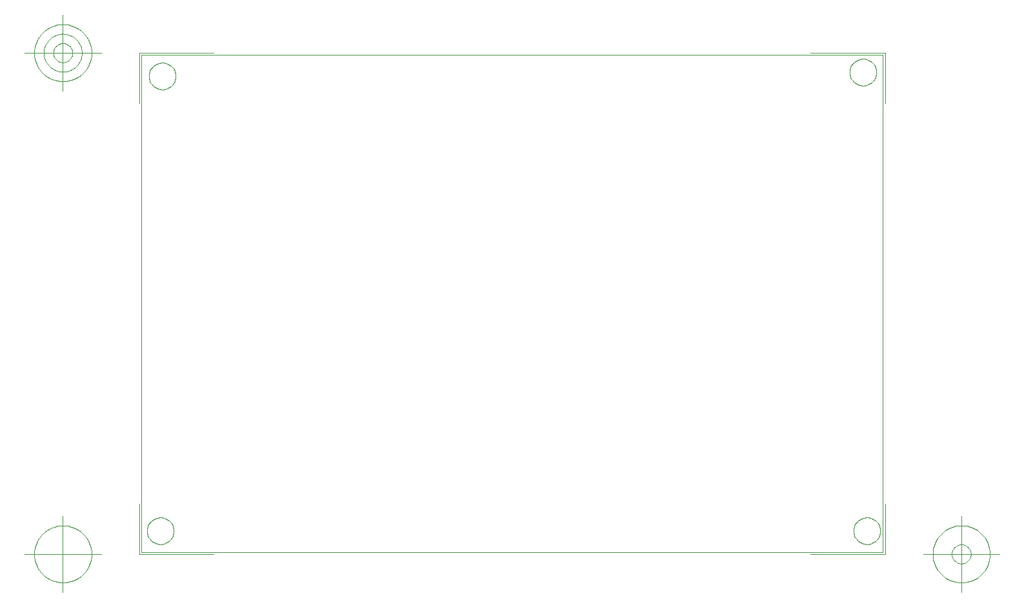
<source format=gbr>
G04 Generated by Ultiboard *
%FSLAX25Y25*%
%MOIN*%

%ADD10C,0.00004*%
%ADD12C,0.00394*%


%LNBoard Outline*%
%LPD*%
%FSLAX25Y25*%
%MOIN*%
G54D10*
X251000Y-4000D02*
X634000Y-4000D01*
X634000Y-4000D02*
X634000Y253000D01*
X634000Y253000D02*
X251000Y253000D01*
X251000Y253000D02*
X251000Y-4000D01*
X267890Y7000D02*
X267857Y7675D01*
X267857Y7675D02*
X267757Y8344D01*
X267757Y8344D02*
X267593Y9000D01*
X267593Y9000D02*
X267365Y9637D01*
X267365Y9637D02*
X267076Y10248D01*
X267076Y10248D02*
X266729Y10828D01*
X266729Y10828D02*
X266326Y11371D01*
X266326Y11371D02*
X265872Y11872D01*
X265872Y11872D02*
X265371Y12326D01*
X265371Y12326D02*
X264828Y12729D01*
X264828Y12729D02*
X264248Y13076D01*
X264248Y13076D02*
X263637Y13365D01*
X263637Y13365D02*
X263000Y13593D01*
X263000Y13593D02*
X262344Y13757D01*
X262344Y13757D02*
X261675Y13857D01*
X261675Y13857D02*
X261000Y13890D01*
X261000Y13890D02*
X260325Y13857D01*
X260325Y13857D02*
X259656Y13757D01*
X259656Y13757D02*
X259000Y13593D01*
X259000Y13593D02*
X258363Y13365D01*
X258363Y13365D02*
X257752Y13076D01*
X257752Y13076D02*
X257172Y12729D01*
X257172Y12729D02*
X256629Y12326D01*
X256629Y12326D02*
X256128Y11872D01*
X256128Y11872D02*
X255674Y11371D01*
X255674Y11371D02*
X255271Y10828D01*
X255271Y10828D02*
X254924Y10248D01*
X254924Y10248D02*
X254635Y9637D01*
X254635Y9637D02*
X254407Y9000D01*
X254407Y9000D02*
X254243Y8344D01*
X254243Y8344D02*
X254143Y7675D01*
X254143Y7675D02*
X254110Y7000D01*
X254110Y7000D02*
X254143Y6325D01*
X254143Y6325D02*
X254243Y5656D01*
X254243Y5656D02*
X254407Y5000D01*
X254407Y5000D02*
X254635Y4363D01*
X254635Y4363D02*
X254924Y3752D01*
X254924Y3752D02*
X255271Y3172D01*
X255271Y3172D02*
X255674Y2629D01*
X255674Y2629D02*
X256128Y2128D01*
X256128Y2128D02*
X256629Y1674D01*
X256629Y1674D02*
X257172Y1271D01*
X257172Y1271D02*
X257752Y924D01*
X257752Y924D02*
X258363Y635D01*
X258363Y635D02*
X259000Y407D01*
X259000Y407D02*
X259656Y243D01*
X259656Y243D02*
X260325Y143D01*
X260325Y143D02*
X261000Y110D01*
X261000Y110D02*
X261675Y143D01*
X261675Y143D02*
X262344Y243D01*
X262344Y243D02*
X263000Y407D01*
X263000Y407D02*
X263637Y635D01*
X263637Y635D02*
X264248Y924D01*
X264248Y924D02*
X264828Y1271D01*
X264828Y1271D02*
X265371Y1674D01*
X265371Y1674D02*
X265872Y2128D01*
X265872Y2128D02*
X266326Y2629D01*
X266326Y2629D02*
X266729Y3172D01*
X266729Y3172D02*
X267076Y3752D01*
X267076Y3752D02*
X267365Y4363D01*
X267365Y4363D02*
X267593Y5000D01*
X267593Y5000D02*
X267757Y5656D01*
X267757Y5656D02*
X267857Y6325D01*
X267857Y6325D02*
X267890Y7000D01*
X268890Y242000D02*
X268857Y242675D01*
X268857Y242675D02*
X268757Y243344D01*
X268757Y243344D02*
X268593Y244000D01*
X268593Y244000D02*
X268365Y244637D01*
X268365Y244637D02*
X268076Y245248D01*
X268076Y245248D02*
X267729Y245828D01*
X267729Y245828D02*
X267326Y246371D01*
X267326Y246371D02*
X266872Y246872D01*
X266872Y246872D02*
X266371Y247326D01*
X266371Y247326D02*
X265828Y247729D01*
X265828Y247729D02*
X265248Y248076D01*
X265248Y248076D02*
X264637Y248365D01*
X264637Y248365D02*
X264000Y248593D01*
X264000Y248593D02*
X263344Y248757D01*
X263344Y248757D02*
X262675Y248857D01*
X262675Y248857D02*
X262000Y248890D01*
X262000Y248890D02*
X261325Y248857D01*
X261325Y248857D02*
X260656Y248757D01*
X260656Y248757D02*
X260000Y248593D01*
X260000Y248593D02*
X259363Y248365D01*
X259363Y248365D02*
X258752Y248076D01*
X258752Y248076D02*
X258172Y247729D01*
X258172Y247729D02*
X257629Y247326D01*
X257629Y247326D02*
X257128Y246872D01*
X257128Y246872D02*
X256674Y246371D01*
X256674Y246371D02*
X256271Y245828D01*
X256271Y245828D02*
X255924Y245248D01*
X255924Y245248D02*
X255635Y244637D01*
X255635Y244637D02*
X255407Y244000D01*
X255407Y244000D02*
X255243Y243344D01*
X255243Y243344D02*
X255143Y242675D01*
X255143Y242675D02*
X255110Y242000D01*
X255110Y242000D02*
X255143Y241325D01*
X255143Y241325D02*
X255243Y240656D01*
X255243Y240656D02*
X255407Y240000D01*
X255407Y240000D02*
X255635Y239363D01*
X255635Y239363D02*
X255924Y238752D01*
X255924Y238752D02*
X256271Y238172D01*
X256271Y238172D02*
X256674Y237629D01*
X256674Y237629D02*
X257128Y237128D01*
X257128Y237128D02*
X257629Y236674D01*
X257629Y236674D02*
X258172Y236271D01*
X258172Y236271D02*
X258752Y235924D01*
X258752Y235924D02*
X259363Y235635D01*
X259363Y235635D02*
X260000Y235407D01*
X260000Y235407D02*
X260656Y235243D01*
X260656Y235243D02*
X261325Y235143D01*
X261325Y235143D02*
X262000Y235110D01*
X262000Y235110D02*
X262675Y235143D01*
X262675Y235143D02*
X263344Y235243D01*
X263344Y235243D02*
X264000Y235407D01*
X264000Y235407D02*
X264637Y235635D01*
X264637Y235635D02*
X265248Y235924D01*
X265248Y235924D02*
X265828Y236271D01*
X265828Y236271D02*
X266371Y236674D01*
X266371Y236674D02*
X266872Y237128D01*
X266872Y237128D02*
X267326Y237629D01*
X267326Y237629D02*
X267729Y238172D01*
X267729Y238172D02*
X268076Y238752D01*
X268076Y238752D02*
X268365Y239363D01*
X268365Y239363D02*
X268593Y240000D01*
X268593Y240000D02*
X268757Y240656D01*
X268757Y240656D02*
X268857Y241325D01*
X268857Y241325D02*
X268890Y242000D01*
X632890Y7000D02*
X632857Y7675D01*
X632857Y7675D02*
X632757Y8344D01*
X632757Y8344D02*
X632593Y9000D01*
X632593Y9000D02*
X632365Y9637D01*
X632365Y9637D02*
X632076Y10248D01*
X632076Y10248D02*
X631729Y10828D01*
X631729Y10828D02*
X631326Y11371D01*
X631326Y11371D02*
X630872Y11872D01*
X630872Y11872D02*
X630371Y12326D01*
X630371Y12326D02*
X629828Y12729D01*
X629828Y12729D02*
X629248Y13076D01*
X629248Y13076D02*
X628637Y13365D01*
X628637Y13365D02*
X628000Y13593D01*
X628000Y13593D02*
X627344Y13757D01*
X627344Y13757D02*
X626675Y13857D01*
X626675Y13857D02*
X626000Y13890D01*
X626000Y13890D02*
X625325Y13857D01*
X625325Y13857D02*
X624656Y13757D01*
X624656Y13757D02*
X624000Y13593D01*
X624000Y13593D02*
X623363Y13365D01*
X623363Y13365D02*
X622752Y13076D01*
X622752Y13076D02*
X622172Y12729D01*
X622172Y12729D02*
X621629Y12326D01*
X621629Y12326D02*
X621128Y11872D01*
X621128Y11872D02*
X620674Y11371D01*
X620674Y11371D02*
X620271Y10828D01*
X620271Y10828D02*
X619924Y10248D01*
X619924Y10248D02*
X619635Y9637D01*
X619635Y9637D02*
X619407Y9000D01*
X619407Y9000D02*
X619243Y8344D01*
X619243Y8344D02*
X619143Y7675D01*
X619143Y7675D02*
X619110Y7000D01*
X619110Y7000D02*
X619143Y6325D01*
X619143Y6325D02*
X619243Y5656D01*
X619243Y5656D02*
X619407Y5000D01*
X619407Y5000D02*
X619635Y4363D01*
X619635Y4363D02*
X619924Y3752D01*
X619924Y3752D02*
X620271Y3172D01*
X620271Y3172D02*
X620674Y2629D01*
X620674Y2629D02*
X621128Y2128D01*
X621128Y2128D02*
X621629Y1674D01*
X621629Y1674D02*
X622172Y1271D01*
X622172Y1271D02*
X622752Y924D01*
X622752Y924D02*
X623363Y635D01*
X623363Y635D02*
X624000Y407D01*
X624000Y407D02*
X624656Y243D01*
X624656Y243D02*
X625325Y143D01*
X625325Y143D02*
X626000Y110D01*
X626000Y110D02*
X626675Y143D01*
X626675Y143D02*
X627344Y243D01*
X627344Y243D02*
X628000Y407D01*
X628000Y407D02*
X628637Y635D01*
X628637Y635D02*
X629248Y924D01*
X629248Y924D02*
X629828Y1271D01*
X629828Y1271D02*
X630371Y1674D01*
X630371Y1674D02*
X630872Y2128D01*
X630872Y2128D02*
X631326Y2629D01*
X631326Y2629D02*
X631729Y3172D01*
X631729Y3172D02*
X632076Y3752D01*
X632076Y3752D02*
X632365Y4363D01*
X632365Y4363D02*
X632593Y5000D01*
X632593Y5000D02*
X632757Y5656D01*
X632757Y5656D02*
X632857Y6325D01*
X632857Y6325D02*
X632890Y7000D01*
X630890Y244000D02*
X630857Y244675D01*
X630857Y244675D02*
X630757Y245344D01*
X630757Y245344D02*
X630593Y246000D01*
X630593Y246000D02*
X630365Y246637D01*
X630365Y246637D02*
X630076Y247248D01*
X630076Y247248D02*
X629729Y247828D01*
X629729Y247828D02*
X629326Y248371D01*
X629326Y248371D02*
X628872Y248872D01*
X628872Y248872D02*
X628371Y249326D01*
X628371Y249326D02*
X627828Y249729D01*
X627828Y249729D02*
X627248Y250076D01*
X627248Y250076D02*
X626637Y250365D01*
X626637Y250365D02*
X626000Y250593D01*
X626000Y250593D02*
X625344Y250757D01*
X625344Y250757D02*
X624675Y250857D01*
X624675Y250857D02*
X624000Y250890D01*
X624000Y250890D02*
X623325Y250857D01*
X623325Y250857D02*
X622656Y250757D01*
X622656Y250757D02*
X622000Y250593D01*
X622000Y250593D02*
X621363Y250365D01*
X621363Y250365D02*
X620752Y250076D01*
X620752Y250076D02*
X620172Y249729D01*
X620172Y249729D02*
X619629Y249326D01*
X619629Y249326D02*
X619128Y248872D01*
X619128Y248872D02*
X618674Y248371D01*
X618674Y248371D02*
X618271Y247828D01*
X618271Y247828D02*
X617924Y247248D01*
X617924Y247248D02*
X617635Y246637D01*
X617635Y246637D02*
X617407Y246000D01*
X617407Y246000D02*
X617243Y245344D01*
X617243Y245344D02*
X617143Y244675D01*
X617143Y244675D02*
X617110Y244000D01*
X617110Y244000D02*
X617143Y243325D01*
X617143Y243325D02*
X617243Y242656D01*
X617243Y242656D02*
X617407Y242000D01*
X617407Y242000D02*
X617635Y241363D01*
X617635Y241363D02*
X617924Y240752D01*
X617924Y240752D02*
X618271Y240172D01*
X618271Y240172D02*
X618674Y239629D01*
X618674Y239629D02*
X619128Y239128D01*
X619128Y239128D02*
X619629Y238674D01*
X619629Y238674D02*
X620172Y238271D01*
X620172Y238271D02*
X620752Y237924D01*
X620752Y237924D02*
X621363Y237635D01*
X621363Y237635D02*
X622000Y237407D01*
X622000Y237407D02*
X622656Y237243D01*
X622656Y237243D02*
X623325Y237143D01*
X623325Y237143D02*
X624000Y237110D01*
X624000Y237110D02*
X624675Y237143D01*
X624675Y237143D02*
X625344Y237243D01*
X625344Y237243D02*
X626000Y237407D01*
X626000Y237407D02*
X626637Y237635D01*
X626637Y237635D02*
X627248Y237924D01*
X627248Y237924D02*
X627828Y238271D01*
X627828Y238271D02*
X628371Y238674D01*
X628371Y238674D02*
X628872Y239128D01*
X628872Y239128D02*
X629326Y239629D01*
X629326Y239629D02*
X629729Y240172D01*
X629729Y240172D02*
X630076Y240752D01*
X630076Y240752D02*
X630365Y241363D01*
X630365Y241363D02*
X630593Y242000D01*
X630593Y242000D02*
X630757Y242656D01*
X630757Y242656D02*
X630857Y243325D01*
X630857Y243325D02*
X630890Y244000D01*
G54D12*
X250000Y-5000D02*
X250000Y20900D01*
X250000Y-5000D02*
X288541Y-5000D01*
X635413Y-5000D02*
X596872Y-5000D01*
X635413Y-5000D02*
X635413Y20900D01*
X635413Y254000D02*
X635413Y228100D01*
X635413Y254000D02*
X596872Y254000D01*
X250000Y254000D02*
X288541Y254000D01*
X250000Y254000D02*
X250000Y228100D01*
X230315Y-5000D02*
X190945Y-5000D01*
X210630Y-24685D02*
X210630Y14685D01*
X225394Y-5000D02*
X225323Y-3553D01*
X225323Y-3553D02*
X225110Y-2120D01*
X225110Y-2120D02*
X224758Y-714D01*
X224758Y-714D02*
X224270Y650D01*
X224270Y650D02*
X223650Y1960D01*
X223650Y1960D02*
X222906Y3202D01*
X222906Y3202D02*
X222042Y4366D01*
X222042Y4366D02*
X221069Y5440D01*
X221069Y5440D02*
X219996Y6413D01*
X219996Y6413D02*
X218832Y7276D01*
X218832Y7276D02*
X217590Y8020D01*
X217590Y8020D02*
X216280Y8640D01*
X216280Y8640D02*
X214916Y9128D01*
X214916Y9128D02*
X213510Y9480D01*
X213510Y9480D02*
X212077Y9693D01*
X212077Y9693D02*
X210630Y9764D01*
X210630Y9764D02*
X209183Y9693D01*
X209183Y9693D02*
X207750Y9480D01*
X207750Y9480D02*
X206344Y9128D01*
X206344Y9128D02*
X204980Y8640D01*
X204980Y8640D02*
X203670Y8020D01*
X203670Y8020D02*
X202428Y7276D01*
X202428Y7276D02*
X201264Y6413D01*
X201264Y6413D02*
X200190Y5440D01*
X200190Y5440D02*
X199217Y4366D01*
X199217Y4366D02*
X198354Y3202D01*
X198354Y3202D02*
X197609Y1960D01*
X197609Y1960D02*
X196990Y650D01*
X196990Y650D02*
X196502Y-714D01*
X196502Y-714D02*
X196150Y-2120D01*
X196150Y-2120D02*
X195937Y-3553D01*
X195937Y-3553D02*
X195866Y-5000D01*
X195866Y-5000D02*
X195937Y-6447D01*
X195937Y-6447D02*
X196150Y-7880D01*
X196150Y-7880D02*
X196502Y-9286D01*
X196502Y-9286D02*
X196990Y-10650D01*
X196990Y-10650D02*
X197609Y-11960D01*
X197609Y-11960D02*
X198354Y-13202D01*
X198354Y-13202D02*
X199217Y-14366D01*
X199217Y-14366D02*
X200190Y-15440D01*
X200190Y-15440D02*
X201264Y-16413D01*
X201264Y-16413D02*
X202428Y-17276D01*
X202428Y-17276D02*
X203670Y-18020D01*
X203670Y-18020D02*
X204980Y-18640D01*
X204980Y-18640D02*
X206344Y-19128D01*
X206344Y-19128D02*
X207750Y-19480D01*
X207750Y-19480D02*
X209183Y-19693D01*
X209183Y-19693D02*
X210630Y-19764D01*
X210630Y-19764D02*
X212077Y-19693D01*
X212077Y-19693D02*
X213510Y-19480D01*
X213510Y-19480D02*
X214916Y-19128D01*
X214916Y-19128D02*
X216280Y-18640D01*
X216280Y-18640D02*
X217590Y-18020D01*
X217590Y-18020D02*
X218832Y-17276D01*
X218832Y-17276D02*
X219996Y-16413D01*
X219996Y-16413D02*
X221069Y-15440D01*
X221069Y-15440D02*
X222042Y-14366D01*
X222042Y-14366D02*
X222906Y-13202D01*
X222906Y-13202D02*
X223650Y-11960D01*
X223650Y-11960D02*
X224270Y-10650D01*
X224270Y-10650D02*
X224758Y-9286D01*
X224758Y-9286D02*
X225110Y-7880D01*
X225110Y-7880D02*
X225323Y-6447D01*
X225323Y-6447D02*
X225394Y-5000D01*
X655098Y-5000D02*
X694468Y-5000D01*
X674783Y-24685D02*
X674783Y14685D01*
X689547Y-5000D02*
X689476Y-3553D01*
X689476Y-3553D02*
X689263Y-2120D01*
X689263Y-2120D02*
X688911Y-714D01*
X688911Y-714D02*
X688423Y650D01*
X688423Y650D02*
X687804Y1960D01*
X687804Y1960D02*
X687059Y3202D01*
X687059Y3202D02*
X686196Y4366D01*
X686196Y4366D02*
X685223Y5440D01*
X685223Y5440D02*
X684149Y6413D01*
X684149Y6413D02*
X682985Y7276D01*
X682985Y7276D02*
X681743Y8020D01*
X681743Y8020D02*
X680433Y8640D01*
X680433Y8640D02*
X679069Y9128D01*
X679069Y9128D02*
X677663Y9480D01*
X677663Y9480D02*
X676230Y9693D01*
X676230Y9693D02*
X674783Y9764D01*
X674783Y9764D02*
X673336Y9693D01*
X673336Y9693D02*
X671903Y9480D01*
X671903Y9480D02*
X670497Y9128D01*
X670497Y9128D02*
X669133Y8640D01*
X669133Y8640D02*
X667823Y8020D01*
X667823Y8020D02*
X666581Y7276D01*
X666581Y7276D02*
X665417Y6413D01*
X665417Y6413D02*
X664344Y5440D01*
X664344Y5440D02*
X663371Y4366D01*
X663371Y4366D02*
X662507Y3202D01*
X662507Y3202D02*
X661763Y1960D01*
X661763Y1960D02*
X661143Y650D01*
X661143Y650D02*
X660655Y-714D01*
X660655Y-714D02*
X660303Y-2120D01*
X660303Y-2120D02*
X660090Y-3553D01*
X660090Y-3553D02*
X660019Y-5000D01*
X660019Y-5000D02*
X660090Y-6447D01*
X660090Y-6447D02*
X660303Y-7880D01*
X660303Y-7880D02*
X660655Y-9286D01*
X660655Y-9286D02*
X661143Y-10650D01*
X661143Y-10650D02*
X661763Y-11960D01*
X661763Y-11960D02*
X662507Y-13202D01*
X662507Y-13202D02*
X663371Y-14366D01*
X663371Y-14366D02*
X664344Y-15440D01*
X664344Y-15440D02*
X665417Y-16413D01*
X665417Y-16413D02*
X666581Y-17276D01*
X666581Y-17276D02*
X667823Y-18020D01*
X667823Y-18020D02*
X669133Y-18640D01*
X669133Y-18640D02*
X670497Y-19128D01*
X670497Y-19128D02*
X671903Y-19480D01*
X671903Y-19480D02*
X673336Y-19693D01*
X673336Y-19693D02*
X674783Y-19764D01*
X674783Y-19764D02*
X676230Y-19693D01*
X676230Y-19693D02*
X677663Y-19480D01*
X677663Y-19480D02*
X679069Y-19128D01*
X679069Y-19128D02*
X680433Y-18640D01*
X680433Y-18640D02*
X681743Y-18020D01*
X681743Y-18020D02*
X682985Y-17276D01*
X682985Y-17276D02*
X684149Y-16413D01*
X684149Y-16413D02*
X685223Y-15440D01*
X685223Y-15440D02*
X686196Y-14366D01*
X686196Y-14366D02*
X687059Y-13202D01*
X687059Y-13202D02*
X687804Y-11960D01*
X687804Y-11960D02*
X688423Y-10650D01*
X688423Y-10650D02*
X688911Y-9286D01*
X688911Y-9286D02*
X689263Y-7880D01*
X689263Y-7880D02*
X689476Y-6447D01*
X689476Y-6447D02*
X689547Y-5000D01*
X679704Y-5000D02*
X679681Y-4518D01*
X679681Y-4518D02*
X679610Y-4040D01*
X679610Y-4040D02*
X679492Y-3571D01*
X679492Y-3571D02*
X679330Y-3117D01*
X679330Y-3117D02*
X679123Y-2680D01*
X679123Y-2680D02*
X678875Y-2266D01*
X678875Y-2266D02*
X678587Y-1878D01*
X678587Y-1878D02*
X678263Y-1520D01*
X678263Y-1520D02*
X677905Y-1196D01*
X677905Y-1196D02*
X677517Y-908D01*
X677517Y-908D02*
X677103Y-660D01*
X677103Y-660D02*
X676666Y-453D01*
X676666Y-453D02*
X676212Y-291D01*
X676212Y-291D02*
X675743Y-173D01*
X675743Y-173D02*
X675265Y-102D01*
X675265Y-102D02*
X674783Y-79D01*
X674783Y-79D02*
X674301Y-102D01*
X674301Y-102D02*
X673823Y-173D01*
X673823Y-173D02*
X673355Y-291D01*
X673355Y-291D02*
X672900Y-453D01*
X672900Y-453D02*
X672463Y-660D01*
X672463Y-660D02*
X672049Y-908D01*
X672049Y-908D02*
X671661Y-1196D01*
X671661Y-1196D02*
X671303Y-1520D01*
X671303Y-1520D02*
X670979Y-1878D01*
X670979Y-1878D02*
X670691Y-2266D01*
X670691Y-2266D02*
X670443Y-2680D01*
X670443Y-2680D02*
X670236Y-3117D01*
X670236Y-3117D02*
X670074Y-3571D01*
X670074Y-3571D02*
X669956Y-4040D01*
X669956Y-4040D02*
X669886Y-4518D01*
X669886Y-4518D02*
X669862Y-5000D01*
X669862Y-5000D02*
X669886Y-5482D01*
X669886Y-5482D02*
X669956Y-5960D01*
X669956Y-5960D02*
X670074Y-6429D01*
X670074Y-6429D02*
X670236Y-6883D01*
X670236Y-6883D02*
X670443Y-7320D01*
X670443Y-7320D02*
X670691Y-7734D01*
X670691Y-7734D02*
X670979Y-8122D01*
X670979Y-8122D02*
X671303Y-8480D01*
X671303Y-8480D02*
X671661Y-8804D01*
X671661Y-8804D02*
X672049Y-9092D01*
X672049Y-9092D02*
X672463Y-9340D01*
X672463Y-9340D02*
X672900Y-9547D01*
X672900Y-9547D02*
X673355Y-9709D01*
X673355Y-9709D02*
X673823Y-9827D01*
X673823Y-9827D02*
X674301Y-9898D01*
X674301Y-9898D02*
X674783Y-9921D01*
X674783Y-9921D02*
X675265Y-9898D01*
X675265Y-9898D02*
X675743Y-9827D01*
X675743Y-9827D02*
X676212Y-9709D01*
X676212Y-9709D02*
X676666Y-9547D01*
X676666Y-9547D02*
X677103Y-9340D01*
X677103Y-9340D02*
X677517Y-9092D01*
X677517Y-9092D02*
X677905Y-8804D01*
X677905Y-8804D02*
X678263Y-8480D01*
X678263Y-8480D02*
X678587Y-8122D01*
X678587Y-8122D02*
X678875Y-7734D01*
X678875Y-7734D02*
X679123Y-7320D01*
X679123Y-7320D02*
X679330Y-6883D01*
X679330Y-6883D02*
X679492Y-6429D01*
X679492Y-6429D02*
X679610Y-5960D01*
X679610Y-5960D02*
X679681Y-5482D01*
X679681Y-5482D02*
X679704Y-5000D01*
X230315Y254000D02*
X190945Y254000D01*
X210630Y234315D02*
X210630Y273685D01*
X225394Y254000D02*
X225323Y255447D01*
X225323Y255447D02*
X225110Y256880D01*
X225110Y256880D02*
X224758Y258286D01*
X224758Y258286D02*
X224270Y259650D01*
X224270Y259650D02*
X223650Y260960D01*
X223650Y260960D02*
X222906Y262202D01*
X222906Y262202D02*
X222042Y263366D01*
X222042Y263366D02*
X221069Y264440D01*
X221069Y264440D02*
X219996Y265413D01*
X219996Y265413D02*
X218832Y266276D01*
X218832Y266276D02*
X217590Y267020D01*
X217590Y267020D02*
X216280Y267640D01*
X216280Y267640D02*
X214916Y268128D01*
X214916Y268128D02*
X213510Y268480D01*
X213510Y268480D02*
X212077Y268693D01*
X212077Y268693D02*
X210630Y268764D01*
X210630Y268764D02*
X209183Y268693D01*
X209183Y268693D02*
X207750Y268480D01*
X207750Y268480D02*
X206344Y268128D01*
X206344Y268128D02*
X204980Y267640D01*
X204980Y267640D02*
X203670Y267020D01*
X203670Y267020D02*
X202428Y266276D01*
X202428Y266276D02*
X201264Y265413D01*
X201264Y265413D02*
X200190Y264440D01*
X200190Y264440D02*
X199217Y263366D01*
X199217Y263366D02*
X198354Y262202D01*
X198354Y262202D02*
X197609Y260960D01*
X197609Y260960D02*
X196990Y259650D01*
X196990Y259650D02*
X196502Y258286D01*
X196502Y258286D02*
X196150Y256880D01*
X196150Y256880D02*
X195937Y255447D01*
X195937Y255447D02*
X195866Y254000D01*
X195866Y254000D02*
X195937Y252553D01*
X195937Y252553D02*
X196150Y251120D01*
X196150Y251120D02*
X196502Y249714D01*
X196502Y249714D02*
X196990Y248350D01*
X196990Y248350D02*
X197609Y247040D01*
X197609Y247040D02*
X198354Y245798D01*
X198354Y245798D02*
X199217Y244634D01*
X199217Y244634D02*
X200190Y243560D01*
X200190Y243560D02*
X201264Y242587D01*
X201264Y242587D02*
X202428Y241724D01*
X202428Y241724D02*
X203670Y240980D01*
X203670Y240980D02*
X204980Y240360D01*
X204980Y240360D02*
X206344Y239872D01*
X206344Y239872D02*
X207750Y239520D01*
X207750Y239520D02*
X209183Y239307D01*
X209183Y239307D02*
X210630Y239236D01*
X210630Y239236D02*
X212077Y239307D01*
X212077Y239307D02*
X213510Y239520D01*
X213510Y239520D02*
X214916Y239872D01*
X214916Y239872D02*
X216280Y240360D01*
X216280Y240360D02*
X217590Y240980D01*
X217590Y240980D02*
X218832Y241724D01*
X218832Y241724D02*
X219996Y242587D01*
X219996Y242587D02*
X221069Y243560D01*
X221069Y243560D02*
X222042Y244634D01*
X222042Y244634D02*
X222906Y245798D01*
X222906Y245798D02*
X223650Y247040D01*
X223650Y247040D02*
X224270Y248350D01*
X224270Y248350D02*
X224758Y249714D01*
X224758Y249714D02*
X225110Y251120D01*
X225110Y251120D02*
X225323Y252553D01*
X225323Y252553D02*
X225394Y254000D01*
X220472Y254000D02*
X220425Y254965D01*
X220425Y254965D02*
X220283Y255920D01*
X220283Y255920D02*
X220049Y256857D01*
X220049Y256857D02*
X219723Y257767D01*
X219723Y257767D02*
X219310Y258640D01*
X219310Y258640D02*
X218814Y259468D01*
X218814Y259468D02*
X218238Y260244D01*
X218238Y260244D02*
X217590Y260960D01*
X217590Y260960D02*
X216874Y261608D01*
X216874Y261608D02*
X216098Y262184D01*
X216098Y262184D02*
X215270Y262680D01*
X215270Y262680D02*
X214396Y263093D01*
X214396Y263093D02*
X213487Y263419D01*
X213487Y263419D02*
X212550Y263653D01*
X212550Y263653D02*
X211595Y263795D01*
X211595Y263795D02*
X210630Y263843D01*
X210630Y263843D02*
X209665Y263795D01*
X209665Y263795D02*
X208710Y263653D01*
X208710Y263653D02*
X207773Y263419D01*
X207773Y263419D02*
X206863Y263093D01*
X206863Y263093D02*
X205990Y262680D01*
X205990Y262680D02*
X205162Y262184D01*
X205162Y262184D02*
X204386Y261608D01*
X204386Y261608D02*
X203670Y260960D01*
X203670Y260960D02*
X203022Y260244D01*
X203022Y260244D02*
X202446Y259468D01*
X202446Y259468D02*
X201950Y258640D01*
X201950Y258640D02*
X201537Y257767D01*
X201537Y257767D02*
X201211Y256857D01*
X201211Y256857D02*
X200977Y255920D01*
X200977Y255920D02*
X200835Y254965D01*
X200835Y254965D02*
X200787Y254000D01*
X200787Y254000D02*
X200835Y253035D01*
X200835Y253035D02*
X200977Y252080D01*
X200977Y252080D02*
X201211Y251143D01*
X201211Y251143D02*
X201537Y250233D01*
X201537Y250233D02*
X201950Y249360D01*
X201950Y249360D02*
X202446Y248532D01*
X202446Y248532D02*
X203022Y247756D01*
X203022Y247756D02*
X203670Y247040D01*
X203670Y247040D02*
X204386Y246392D01*
X204386Y246392D02*
X205162Y245816D01*
X205162Y245816D02*
X205990Y245320D01*
X205990Y245320D02*
X206863Y244907D01*
X206863Y244907D02*
X207773Y244581D01*
X207773Y244581D02*
X208710Y244347D01*
X208710Y244347D02*
X209665Y244205D01*
X209665Y244205D02*
X210630Y244157D01*
X210630Y244157D02*
X211595Y244205D01*
X211595Y244205D02*
X212550Y244347D01*
X212550Y244347D02*
X213487Y244581D01*
X213487Y244581D02*
X214396Y244907D01*
X214396Y244907D02*
X215270Y245320D01*
X215270Y245320D02*
X216098Y245816D01*
X216098Y245816D02*
X216874Y246392D01*
X216874Y246392D02*
X217590Y247040D01*
X217590Y247040D02*
X218238Y247756D01*
X218238Y247756D02*
X218814Y248532D01*
X218814Y248532D02*
X219310Y249360D01*
X219310Y249360D02*
X219723Y250233D01*
X219723Y250233D02*
X220049Y251143D01*
X220049Y251143D02*
X220283Y252080D01*
X220283Y252080D02*
X220425Y253035D01*
X220425Y253035D02*
X220472Y254000D01*
X215551Y254000D02*
X215527Y254482D01*
X215527Y254482D02*
X215457Y254960D01*
X215457Y254960D02*
X215339Y255429D01*
X215339Y255429D02*
X215177Y255883D01*
X215177Y255883D02*
X214970Y256320D01*
X214970Y256320D02*
X214722Y256734D01*
X214722Y256734D02*
X214434Y257122D01*
X214434Y257122D02*
X214110Y257480D01*
X214110Y257480D02*
X213752Y257804D01*
X213752Y257804D02*
X213364Y258092D01*
X213364Y258092D02*
X212950Y258340D01*
X212950Y258340D02*
X212513Y258547D01*
X212513Y258547D02*
X212058Y258709D01*
X212058Y258709D02*
X211590Y258827D01*
X211590Y258827D02*
X211112Y258898D01*
X211112Y258898D02*
X210630Y258921D01*
X210630Y258921D02*
X210148Y258898D01*
X210148Y258898D02*
X209670Y258827D01*
X209670Y258827D02*
X209201Y258709D01*
X209201Y258709D02*
X208747Y258547D01*
X208747Y258547D02*
X208310Y258340D01*
X208310Y258340D02*
X207896Y258092D01*
X207896Y258092D02*
X207508Y257804D01*
X207508Y257804D02*
X207150Y257480D01*
X207150Y257480D02*
X206826Y257122D01*
X206826Y257122D02*
X206538Y256734D01*
X206538Y256734D02*
X206290Y256320D01*
X206290Y256320D02*
X206083Y255883D01*
X206083Y255883D02*
X205921Y255429D01*
X205921Y255429D02*
X205803Y254960D01*
X205803Y254960D02*
X205732Y254482D01*
X205732Y254482D02*
X205709Y254000D01*
X205709Y254000D02*
X205732Y253518D01*
X205732Y253518D02*
X205803Y253040D01*
X205803Y253040D02*
X205921Y252571D01*
X205921Y252571D02*
X206083Y252117D01*
X206083Y252117D02*
X206290Y251680D01*
X206290Y251680D02*
X206538Y251266D01*
X206538Y251266D02*
X206826Y250878D01*
X206826Y250878D02*
X207150Y250520D01*
X207150Y250520D02*
X207508Y250196D01*
X207508Y250196D02*
X207896Y249908D01*
X207896Y249908D02*
X208310Y249660D01*
X208310Y249660D02*
X208747Y249453D01*
X208747Y249453D02*
X209201Y249291D01*
X209201Y249291D02*
X209670Y249173D01*
X209670Y249173D02*
X210148Y249102D01*
X210148Y249102D02*
X210630Y249079D01*
X210630Y249079D02*
X211112Y249102D01*
X211112Y249102D02*
X211590Y249173D01*
X211590Y249173D02*
X212058Y249291D01*
X212058Y249291D02*
X212513Y249453D01*
X212513Y249453D02*
X212950Y249660D01*
X212950Y249660D02*
X213364Y249908D01*
X213364Y249908D02*
X213752Y250196D01*
X213752Y250196D02*
X214110Y250520D01*
X214110Y250520D02*
X214434Y250878D01*
X214434Y250878D02*
X214722Y251266D01*
X214722Y251266D02*
X214970Y251680D01*
X214970Y251680D02*
X215177Y252117D01*
X215177Y252117D02*
X215339Y252571D01*
X215339Y252571D02*
X215457Y253040D01*
X215457Y253040D02*
X215527Y253518D01*
X215527Y253518D02*
X215551Y254000D01*

M00*

</source>
